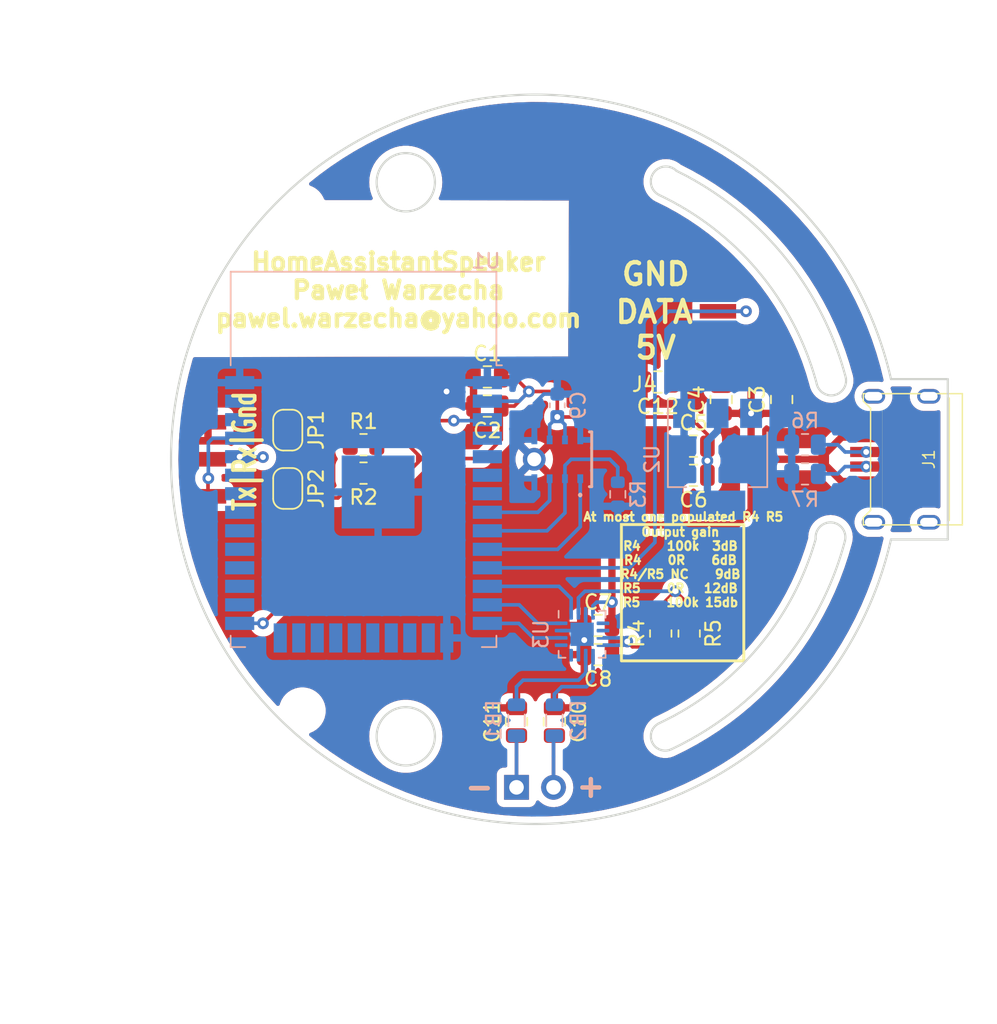
<source format=kicad_pcb>
(kicad_pcb (version 20211014) (generator pcbnew)
  (title_block (title "HomeAssistantSpeaker") (date "2022-12-29") (rev "B") (company "Paweł Warzecha"))
  (layers (0 "F.Cu" signal) (31 "B.Cu" signal) (34 "B.Paste" user) (35 "F.Paste" user) (36 "B.SilkS" user "B.Silkscreen") (37 "F.SilkS" user "F.Silkscreen") (38 "B.Mask" user) (39 "F.Mask" user) (44 "Edge.Cuts" user))
  (net 0 "")
  (net 1 "+3V3")
  (net 2 "GND")
  (net 3 "+5V")
  (net 4 "Net-(C10-Pad1)")
  (net 5 "Net-(C11-Pad1)")
  (net 6 "Net-(FB1-Pad2)")
  (net 7 "Net-(FB2-Pad2)")
  (net 8 "Net-(J1-PadA5)")
  (net 9 "Net-(J1-PadB5)")
  (net 10 "Tx")
  (net 11 "Rx")
  (net 12 "LED_DATA")
  (net 13 "Net-(JP1-Pad2)")
  (net 14 "Net-(JP2-Pad1)")
  (net 15 "Mic_WS")
  (net 16 "Mic_SD")
  (net 17 "Mic_SCK")
  (net 18 "Gain")
  (net 23 "Speaker_din")
  (net 24 "Speaker_bclk")
  (net 31 "Speaker_lrclk")
  (footprint "Capacitor_SMD:C_0805_2012Metric" (layer "F.Cu") (at 96.7 96.35 180)
    (fp_text reference "C2" (at 0 -1.68) (layer "F.SilkS"))
    (fp_text value "10u")
    (pad "1" smd roundrect locked (at -0.95 0 180) (size 1 1.45) (layers "F.Cu" "F.Paste" "F.Mask") (net 1 "+3V3"))
    (pad "2" smd roundrect locked (at 0.95 0 180) (size 1 1.45) (layers "F.Cu" "F.Paste" "F.Mask") (net 2 "GND"))
  )
  (footprint "Capacitor_SMD:C_0805_2012Metric" (layer "F.Cu") (at 110.85 101.1 180)
    (fp_text reference "C6" (at 0 -1.68) (layer "F.SilkS"))
    (fp_text value "10u")
    (pad "1" smd roundrect locked (at -0.95 0 180) (size 1 1.45) (layers "F.Cu" "F.Paste" "F.Mask") (net 1 "+3V3"))
    (pad "2" smd roundrect locked (at 0.95 0 180) (size 1 1.45) (layers "F.Cu" "F.Paste" "F.Mask") (net 2 "GND"))
  )
  (footprint "Jumper:SolderJumper-2_P1.3mm_Open_RoundedPad1.0x1.5mm" (layer "F.Cu") (at 83 98 90)
    (fp_text reference "JP1" (at 0 1.95 90) (layer "F.SilkS"))
    (fp_text value "Reset")
    (pad "1" smd custom locked (at -0.65 0 90) (size 1 0.5) (layers "F.Cu" "F.Mask") (net 2 "GND") (options (clearance outline) (anchor rect)) (primitives (gr_circle (center 0 0.25) (end 0.5 0.25) (width 0) (fill yes)) (gr_circle (center 0 -0.25) (end 0.5 -0.25) (width 0) (fill yes)) (gr_poly (pts (xy 0 -0.75) (xy 0.5 -0.75) (xy 0.5 0.75) (xy 0 0.75)) (width 0) (fill yes))))
    (pad "2" smd custom locked (at 0.65 0 90) (size 1 0.5) (layers "F.Cu" "F.Mask") (net 13 "Net-(JP1-Pad2)") (options (clearance outline) (anchor rect)) (primitives (gr_circle (center 0 0.25) (end 0.5 0.25) (width 0) (fill yes)) (gr_circle (center 0 -0.25) (end 0.5 -0.25) (width 0) (fill yes)) (gr_poly (pts (xy 0 -0.75) (xy -0.5 -0.75) (xy -0.5 0.75) (xy 0 0.75)) (width 0) (fill yes))))
  )
  (footprint "Jumper:SolderJumper-2_P1.3mm_Open_RoundedPad1.0x1.5mm" (layer "F.Cu") (at 83 102 90)
    (fp_text reference "JP2" (at 0 1.95 270) (layer "F.SilkS"))
    (fp_text value "Program")
    (pad "1" smd custom locked (at -0.65 0 90) (size 1 0.5) (layers "F.Cu" "F.Mask") (net 14 "Net-(JP2-Pad1)") (options (clearance outline) (anchor rect)) (primitives (gr_circle (center 0 0.25) (end 0.5 0.25) (width 0) (fill yes)) (gr_circle (center 0 -0.25) (end 0.5 -0.25) (width 0) (fill yes)) (gr_poly (pts (xy 0 -0.75) (xy 0.5 -0.75) (xy 0.5 0.75) (xy 0 0.75)) (width 0) (fill yes))))
    (pad "2" smd custom locked (at 0.65 0 90) (size 1 0.5) (layers "F.Cu" "F.Mask") (net 2 "GND") (options (clearance outline) (anchor rect)) (primitives (gr_circle (center 0 0.25) (end 0.5 0.25) (width 0) (fill yes)) (gr_circle (center 0 -0.25) (end 0.5 -0.25) (width 0) (fill yes)) (gr_poly (pts (xy 0 -0.75) (xy -0.5 -0.75) (xy -0.5 0.75) (xy 0 0.75)) (width 0) (fill yes))))
  )
  (footprint "Resistor_SMD:R_0805_2012Metric" (layer "F.Cu") (at 88.2 100.95 180)
    (fp_text reference "R2" (at 0 -1.65) (layer "F.SilkS"))
    (fp_text value "10k")
    (pad "1" smd roundrect locked (at -0.9125 0 180) (size 1.025 1.4) (layers "F.Cu" "F.Paste" "F.Mask") (roundrect_rratio 0.2439014634) (net 1 "+3V3"))
    (pad "2" smd roundrect locked (at 0.9125 0 180) (size 1.025 1.4) (layers "F.Cu" "F.Paste" "F.Mask") (roundrect_rratio 0.2439014634) (net 14 "Net-(JP2-Pad1)"))
  )
  (footprint "USB-C:TYPE-C-31-M-17_handsolder" (layer "F.Cu") (at 127 100 90)
    (fp_text reference "J1" (at 0 0 90) (layer "F.SilkS") (effects (font (size 0.8 0.8) (thickness 0.1))))
    (fp_text value "USB_C_Receptacle_USB2.0")
    (pad "1" thru_hole roundrect locked (at 4.32 0 90) (size 1 1.6) (drill oval 0.6 1.2) (layers *.Cu *.Mask) (roundrect_rratio 0.5))
    (pad "1" thru_hole roundrect locked (at -4.32 -3.8 90) (size 1 1.6) (drill oval 0.6 1.2) (layers *.Cu *.Mask) (roundrect_rratio 0.5))
    (pad "1" thru_hole roundrect locked (at 4.32 -3.8 90) (size 1 1.6) (drill oval 0.6 1.2) (layers *.Cu *.Mask) (roundrect_rratio 0.5))
    (pad "1" thru_hole roundrect locked (at -4.32 0 90) (size 1 1.6) (drill oval 0.6 1.2) (layers *.Cu *.Mask) (roundrect_rratio 0.5))
    (pad "A5" smd rect locked (at -0.5 -4.3 90) (size 0.7 2.2) (layers "F.Cu" "F.Paste" "F.Mask") (net 8 "Net-(J1-PadA5)"))
    (pad "A9" smd rect locked (at 1.52 -4.3 90) (size 0.7 2.2) (layers "F.Cu" "F.Paste" "F.Mask") (net 3 "+5V"))
    (pad "A12" smd rect locked (at 2.75 -4.3 90) (size 0.8 2.2) (layers "F.Cu" "F.Paste" "F.Mask") (net 2 "GND"))
    (pad "B5" smd rect locked (at 0.5 -4.3 90) (size 0.7 2.2) (layers "F.Cu" "F.Paste" "F.Mask") (net 9 "Net-(J1-PadB5)"))
    (pad "B9" smd rect locked (at -1.52 -4.3 90) (size 0.7 2.2) (layers "F.Cu" "F.Paste" "F.Mask") (net 3 "+5V"))
    (pad "B12" smd rect locked (at -2.75 -4.3 90) (size 0.8 2.2) (layers "F.Cu" "F.Paste" "F.Mask") (net 2 "GND"))
  )
  (footprint "Connector_PinHeader_2.54mm:PinHeader_1x02_P2.54mm_Vertical" (layer "F.Cu") (at 98.7 122.5 90)
    (fp_text reference "J2" hide)
    (fp_text value "Speaker")
    (pad "1" thru_hole rect locked (at 0 0 90) (size 1.7 1.7) (drill 1) (layers *.Cu *.Mask) (net 5 "Net-(C11-Pad1)"))
    (pad "2" thru_hole oval locked (at 0 2.54 90) (size 1.7 1.7) (drill 1) (layers *.Cu *.Mask) (net 4 "Net-(C10-Pad1)"))
  )
  (footprint "Capacitor_SMD:C_0805_2012Metric" (layer "F.Cu") (at 101.3 118 90)
    (fp_text reference "C10" (at 0 1.65 90) (layer "F.SilkS"))
    (fp_text value "220p")
    (pad "1" smd roundrect locked (at -0.95 0 90) (size 1 1.45) (layers "F.Cu" "F.Paste" "F.Mask") (net 4 "Net-(C10-Pad1)"))
    (pad "2" smd roundrect locked (at 0.95 0 90) (size 1 1.45) (layers "F.Cu" "F.Paste" "F.Mask") (net 2 "GND"))
  )
  (footprint "Resistor_SMD:R_0805_2012Metric" (layer "F.Cu") (at 110.55 111.95 90)
    (fp_text reference "R5" (at 0 1.65 90) (layer "F.SilkS"))
    (fp_text value "10k")
    (pad "1" smd roundrect locked (at -0.9125 0 90) (size 1.025 1.4) (layers "F.Cu" "F.Paste" "F.Mask") (roundrect_rratio 0.2439014634) (net 2 "GND"))
    (pad "2" smd roundrect locked (at 0.9125 0 90) (size 1.025 1.4) (layers "F.Cu" "F.Paste" "F.Mask") (roundrect_rratio 0.2439014634) (net 18 "Gain"))
  )
  (footprint "Capacitor_SMD:C_0805_2012Metric" (layer "F.Cu") (at 104.3 111.4 180)
    (fp_text reference "C7" (at 0 1.6) (layer "F.SilkS"))
    (fp_text value "100n")
    (pad "1" smd roundrect locked (at -0.95 0 180) (size 1 1.45) (layers "F.Cu" "F.Paste" "F.Mask") (net 3 "+5V"))
    (pad "2" smd roundrect locked (at 0.95 0 180) (size 1 1.45) (layers "F.Cu" "F.Paste" "F.Mask") (net 2 "GND"))
  )
  (footprint "Capacitor_SMD:C_0805_2012Metric" (layer "F.Cu") (at 104.3 113.4 180)
    (fp_text reference "C8" (at 0 -1.68) (layer "F.SilkS"))
    (fp_text value "10u")
    (pad "1" smd roundrect locked (at -0.95 0 180) (size 1 1.45) (layers "F.Cu" "F.Paste" "F.Mask") (net 3 "+5V"))
    (pad "2" smd roundrect locked (at 0.95 0 180) (size 1 1.45) (layers "F.Cu" "F.Paste" "F.Mask") (net 2 "GND"))
  )
  (footprint "Connector_Harwin:Harwin_M20-89003xx_1x03_P2.54mm_Horizontal" (layer "F.Cu") (at 72 100 180)
    (fp_text reference "J3" hide)
    (fp_text value "Prog" hide)
    (pad "1" smd rect locked (at -5.525 -2.54 180) (size 2.5 1) (layers "F.Cu" "F.Paste" "F.Mask") (net 10 "Tx"))
    (pad "2" smd rect locked (at -5.525 0 180) (size 2.5 1) (layers "F.Cu" "F.Paste" "F.Mask") (net 11 "Rx"))
    (pad "3" smd rect locked (at -5.525 2.54 180) (size 2.5 1) (layers "F.Cu" "F.Paste" "F.Mask") (net 2 "GND"))
  )
  (footprint "Connector_Harwin:Harwin_M20-89003xx_1x03_P2.54mm_Horizontal" (layer "F.Cu") (at 107 89.85 180)
    (fp_text reference "J4" (at -0.48 -5.01 180) (layer "F.SilkS"))
    (fp_text value "LED")
    (pad "1" smd rect locked (at -5.525 -2.54 180) (size 2.5 1) (layers "F.Cu" "F.Paste" "F.Mask") (net 3 "+5V"))
    (pad "2" smd rect locked (at -5.525 0 180) (size 2.5 1) (layers "F.Cu" "F.Paste" "F.Mask") (net 12 "LED_DATA"))
    (pad "3" smd rect locked (at -5.525 2.54 180) (size 2.5 1) (layers "F.Cu" "F.Paste" "F.Mask") (net 2 "GND"))
  )
  (footprint "Capacitor_SMD:C_0805_2012Metric" (layer "F.Cu") (at 96.7 94.35 180)
    (fp_text reference "C1" (at 0 1.6) (layer "F.SilkS"))
    (fp_text value "100n")
    (pad "1" smd roundrect locked (at -0.95 0 180) (size 1 1.45) (layers "F.Cu" "F.Paste" "F.Mask") (net 1 "+3V3"))
    (pad "2" smd roundrect locked (at 0.95 0 180) (size 1 1.45) (layers "F.Cu" "F.Paste" "F.Mask") (net 2 "GND"))
  )
  (footprint "Resistor_SMD:R_0805_2012Metric" (layer "F.Cu") (at 88.2 99 180)
    (fp_text reference "R1" (at 0 1.6) (layer "F.SilkS"))
    (fp_text value "10k")
    (pad "1" smd roundrect locked (at -0.9125 0 180) (size 1.025 1.4) (layers "F.Cu" "F.Paste" "F.Mask") (roundrect_rratio 0.2439014634) (net 1 "+3V3"))
    (pad "2" smd roundrect locked (at 0.9125 0 180) (size 1.025 1.4) (layers "F.Cu" "F.Paste" "F.Mask") (roundrect_rratio 0.2439014634) (net 13 "Net-(JP1-Pad2)"))
  )
  (footprint "Resistor_SMD:R_0805_2012Metric" (layer "F.Cu") (at 108.6 111.95 90)
    (fp_text reference "R4" (at 0 -1.65 90) (layer "F.SilkS"))
    (fp_text value "10k")
    (pad "1" smd roundrect locked (at -0.9125 0 90) (size 1.025 1.4) (layers "F.Cu" "F.Paste" "F.Mask") (roundrect_rratio 0.2439014634) (net 3 "+5V"))
    (pad "2" smd roundrect locked (at 0.9125 0 90) (size 1.025 1.4) (layers "F.Cu" "F.Paste" "F.Mask") (roundrect_rratio 0.2439014634) (net 18 "Gain"))
  )
  (footprint "MountingHole:MountingHole_2.2mm_M2" (layer "F.Cu") (at 84 82.75)
    (fp_text reference "REF**" hide)
    (fp_text value "MountingHole_2.2mm_M2")
    (pad "" np_thru_hole circle locked (at 0 0) (size 2.2 2.2) (drill 2.2) (layers *.Cu *.Mask))
  )
  (footprint "Capacitor_SMD:C_0805_2012Metric" (layer "F.Cu") (at 112.75 95.9 90)
    (fp_text reference "C4" (at 0 -1.68 90) (layer "F.SilkS"))
    (fp_text value "10u")
    (pad "1" smd roundrect locked (at -0.95 0 90) (size 1 1.45) (layers "F.Cu" "F.Paste" "F.Mask") (net 3 "+5V"))
    (pad "2" smd roundrect locked (at 0.95 0 90) (size 1 1.45) (layers "F.Cu" "F.Paste" "F.Mask") (net 2 "GND"))
  )
  (footprint "Capacitor_SMD:C_0805_2012Metric" (layer "F.Cu") (at 110.85 99.1 180)
    (fp_text reference "C5" (at 0 1.6) (layer "F.SilkS"))
    (fp_text value "100n")
    (pad "1" smd roundrect locked (at -0.95 0 180) (size 1 1.45) (layers "F.Cu" "F.Paste" "F.Mask") (net 1 "+3V3"))
    (pad "2" smd roundrect locked (at 0.95 0 180) (size 1 1.45) (layers "F.Cu" "F.Paste" "F.Mask") (net 2 "GND"))
  )
  (footprint "MountingHole:MountingHole_2.2mm_M2" (layer "F.Cu") (at 84 117.25)
    (fp_text reference "REF**" hide)
    (fp_text value "MountingHole_2.2mm_M2")
    (pad "" np_thru_hole circle locked (at 0 0) (size 2.2 2.2) (drill 2.2) (layers *.Cu *.Mask))
  )
  (footprint "Capacitor_SMD:C_0805_2012Metric" (layer "F.Cu") (at 98.7 118 90)
    (fp_text reference "C11" (at 0 -1.68 90) (layer "F.SilkS"))
    (fp_text value "220p")
    (pad "1" smd roundrect locked (at -0.95 0 90) (size 1 1.45) (layers "F.Cu" "F.Paste" "F.Mask") (net 5 "Net-(C11-Pad1)"))
    (pad "2" smd roundrect locked (at 0.95 0 90) (size 1 1.45) (layers "F.Cu" "F.Paste" "F.Mask") (net 2 "GND"))
  )
  (footprint "Capacitor_SMD:C_0805_2012Metric" (layer "F.Cu") (at 108.4 94.7 180)
    (fp_text reference "C12" (at 0 -1.68) (layer "F.SilkS"))
    (fp_text value "1u")
    (pad "1" smd roundrect locked (at -0.95 0 180) (size 1 1.45) (layers "F.Cu" "F.Paste" "F.Mask") (net 3 "+5V"))
    (pad "2" smd roundrect locked (at 0.95 0 180) (size 1 1.45) (layers "F.Cu" "F.Paste" "F.Mask") (net 2 "GND"))
  )
  (footprint "Capacitor_SMD:C_0805_2012Metric" (layer "F.Cu") (at 116.9 95.9 90)
    (fp_text reference "C3" (at 0 -1.68 90) (layer "F.SilkS"))
    (fp_text value "100n")
    (pad "1" smd roundrect locked (at -0.95 0 90) (size 1 1.45) (layers "F.Cu" "F.Paste" "F.Mask") (net 3 "+5V"))
    (pad "2" smd roundrect locked (at 0.95 0 90) (size 1 1.45) (layers "F.Cu" "F.Paste" "F.Mask") (net 2 "GND"))
  )
  (footprint "Capacitor_SMD:C_0603_1608Metric" (layer "B.Cu") (at 101.5 96.3 90)
    (fp_text reference "C9" (at 0 1.43 90) (layer "B.SilkS") (effects (justify mirror)))
    (fp_text value "100n")
    (pad "1" smd roundrect locked (at -0.775 0 90) (size 0.9 0.95) (layers "B.Cu" "B.Paste" "B.Mask") (net 1 "+3V3"))
    (pad "2" smd roundrect locked (at 0.775 0 90) (size 0.9 0.95) (layers "B.Cu" "B.Paste" "B.Mask") (net 2 "GND"))
  )
  (footprint "INMP441:INMP441ACEZ" (layer "B.Cu") (at 101.5 100)
    (fp_text reference "MK1" hide)
    (fp_text value "INMP441ACEZ" hide)
    (pad "1" smd rect locked (at 1.575 1.33) (size 0.4 0.6) (layers "B.Cu" "B.Paste" "B.Mask") (net 17 "Mic_SCK"))
    (pad "2" smd rect locked (at 0.525 1.33) (size 0.4 0.6) (layers "B.Cu" "B.Paste" "B.Mask") (net 16 "Mic_SD"))
    (pad "3" smd rect locked (at -0.525 1.33) (size 0.4 0.6) (layers "B.Cu" "B.Paste" "B.Mask") (net 15 "Mic_WS"))
    (pad "4" smd rect locked (at -1.575 1.33) (size 0.4 0.6) (layers "B.Cu" "B.Paste" "B.Mask") (net 2 "GND"))
    (pad "5" thru_hole circle locked (at -1.585 0) (size 1.56 1.56) (drill 0.96) (layers *.Cu *.Mask) (net 2 "GND"))
    (pad "6" smd rect locked (at -1.575 -1.33) (size 0.4 0.6) (layers "B.Cu" "B.Paste" "B.Mask") (net 2 "GND"))
    (pad "7" smd rect locked (at -0.525 -1.33) (size 0.4 0.6) (layers "B.Cu" "B.Paste" "B.Mask") (net 1 "+3V3"))
    (pad "8" smd rect locked (at 0.525 -1.33) (size 0.4 0.6) (layers "B.Cu" "B.Paste" "B.Mask") (net 1 "+3V3"))
    (pad "9" smd rect locked (at 1.575 -1.33) (size 0.4 0.6) (layers "B.Cu" "B.Paste" "B.Mask") (net 2 "GND"))
  )
  (footprint "Resistor_SMD:R_0603_1608Metric" (layer "B.Cu") (at 105.65 102.4 -90)
    (fp_text reference "R3" (at 0 -1.4 -90) (layer "B.SilkS") (effects (justify mirror)))
    (fp_text value "100k")
    (pad "1" smd roundrect locked (at -0.825 0 270) (size 0.8 0.95) (layers "B.Cu" "B.Paste" "B.Mask") (net 16 "Mic_SD"))
    (pad "2" smd roundrect locked (at 0.825 0 270) (size 0.8 0.95) (layers "B.Cu" "B.Paste" "B.Mask") (net 2 "GND"))
  )
  (footprint "Inductor_SMD:L_0805_2012Metric" (layer "B.Cu") (at 101.3 117.9 90)
    (fp_text reference "FB2" (at 0 1.65 270) (layer "B.SilkS") (effects (justify mirror)))
    (fp_text value "20uH")
    (pad "1" smd roundrect locked (at -1.0625 0 90) (size 0.875 1.2) (layers "B.Cu" "B.Paste" "B.Mask") (net 4 "Net-(C10-Pad1)"))
    (pad "2" smd roundrect locked (at 1.0625 0 90) (size 0.875 1.2) (layers "B.Cu" "B.Paste" "B.Mask") (net 7 "Net-(FB2-Pad2)"))
  )
  (footprint "Inductor_SMD:L_0805_2012Metric" (layer "B.Cu") (at 98.7 117.9 90)
    (fp_text reference "FB1" (at 0 -1.55 90) (layer "B.SilkS") (effects (justify mirror)))
    (fp_text value "20uH")
    (pad "1" smd roundrect locked (at -1.0625 0 90) (size 0.875 1.2) (layers "B.Cu" "B.Paste" "B.Mask") (net 5 "Net-(C11-Pad1)"))
    (pad "2" smd roundrect locked (at 1.0625 0 90) (size 0.875 1.2) (layers "B.Cu" "B.Paste" "B.Mask") (net 6 "Net-(FB1-Pad2)"))
  )
  (footprint "Package_DFN_QFN:TQFN-16-1EP_3x3mm_P0.5mm_EP1.6x1.6mm" (layer "B.Cu") (at 103.2 112 -90)
    (fp_text reference "U3" (at 0 2.82 -90) (layer "B.SilkS") (effects (justify mirror)))
    (fp_text value "MAX98357AETE+")
    (pad "1" smd roundrect locked (at -1.4375 0.75 270) (size 0.875 0.25) (layers "B.Cu" "B.Paste" "B.Mask") (net 23 "Speaker_din"))
    (pad "2" smd roundrect locked (at -1.4375 0.25 270) (size 0.875 0.25) (layers "B.Cu" "B.Paste" "B.Mask") (net 18 "Gain"))
    (pad "3" smd roundrect locked (at -1.4375 -0.25 270) (size 0.875 0.25) (layers "B.Cu" "B.Paste" "B.Mask") (net 2 "GND"))
    (pad "4" smd roundrect locked (at -1.4375 -0.75 270) (size 0.875 0.25) (layers "B.Cu" "B.Paste" "B.Mask") (net 3 "+5V"))
    (pad "5" smd roundrect locked (at -0.75 -1.4375 270) (size 0.25 0.875) (layers "B.Cu" "B.Paste" "B.Mask"))
    (pad "6" smd roundrect locked (at -0.25 -1.4375 270) (size 0.25 0.875) (layers "B.Cu" "B.Paste" "B.Mask"))
    (pad "7" smd roundrect locked (at 0.25 -1.4375 270) (size 0.25 0.875) (layers "B.Cu" "B.Paste" "B.Mask") (net 3 "+5V"))
    (pad "8" smd roundrect locked (at 0.75 -1.4375 270) (size 0.25 0.875) (layers "B.Cu" "B.Paste" "B.Mask") (net 3 "+5V"))
    (pad "9" smd roundrect locked (at 1.4375 -0.75 270) (size 0.875 0.25) (layers "B.Cu" "B.Paste" "B.Mask") (net 7 "Net-(FB2-Pad2)"))
    (pad "10" smd roundrect locked (at 1.4375 -0.25 270) (size 0.875 0.25) (layers "B.Cu" "B.Paste" "B.Mask") (net 6 "Net-(FB1-Pad2)"))
    (pad "11" smd roundrect locked (at 1.4375 0.25 270) (size 0.875 0.25) (layers "B.Cu" "B.Paste" "B.Mask") (net 2 "GND"))
    (pad "12" smd roundrect locked (at 1.4375 0.75 270) (size 0.875 0.25) (layers "B.Cu" "B.Paste" "B.Mask"))
    (pad "13" smd roundrect locked (at 0.75 1.4375 270) (size 0.25 0.875) (layers "B.Cu" "B.Paste" "B.Mask"))
    (pad "14" smd roundrect locked (at 0.25 1.4375 270) (size 0.25 0.875) (layers "B.Cu" "B.Paste" "B.Mask") (net 31 "Speaker_lrclk"))
    (pad "15" smd roundrect locked (at -0.25 1.4375 270) (size 0.25 0.875) (layers "B.Cu" "B.Paste" "B.Mask") (net 2 "GND"))
    (pad "16" smd roundrect locked (at -0.75 1.4375 270) (size 0.25 0.875) (layers "B.Cu" "B.Paste" "B.Mask") (net 24 "Speaker_bclk"))
    (pad "17" smd rect locked (at 0 0 270) (size 1.6 1.6) (layers "B.Cu" "B.Mask") (net 2 "GND"))
  )
  (footprint "Package_TO_SOT_SMD:SOT-223-3_TabPin2" (layer "B.Cu") (at 112.5 100 -90)
    (fp_text reference "U2" (at 0 4.5 -90) (layer "B.SilkS") (effects (justify mirror)))
    (fp_text value "LM1117-3.3")
    (pad "1" smd rect locked (at -3.15 2.3 270) (size 2 1.5) (layers "B.Cu" "B.Paste" "B.Mask") (net 2 "GND"))
    (pad "2" smd rect locked (at 3.15 0 270) (size 2 3.8) (layers "B.Cu" "B.Paste" "B.Mask") (net 1 "+3V3"))
    (pad "2" smd rect locked (at -3.15 0 270) (size 2 1.5) (layers "B.Cu" "B.Paste" "B.Mask") (net 1 "+3V3"))
    (pad "3" smd rect locked (at -3.15 -2.3 270) (size 2 1.5) (layers "B.Cu" "B.Paste" "B.Mask") (net 3 "+5V"))
  )
  (footprint "RF_Module:ESP32-WROOM-32" (layer "B.Cu") (at 88.2 103 180)
    (fp_text reference "U1" (at -8.4 16.6 180) (layer "B.SilkS") (effects (justify mirror)))
    (fp_text value "ESP32-WROOM-32")
    (pad "1" smd rect locked (at -8.5 8.255 180) (size 2 0.9) (layers "B.Cu" "B.Paste" "B.Mask") (net 2 "GND"))
    (pad "2" smd rect locked (at -8.5 6.985 180) (size 2 0.9) (layers "B.Cu" "B.Paste" "B.Mask") (net 1 "+3V3"))
    (pad "3" smd rect locked (at -8.5 5.715 180) (size 2 0.9) (layers "B.Cu" "B.Paste" "B.Mask") (net 13 "Net-(JP1-Pad2)"))
    (pad "4" smd rect locked (at -8.5 4.445 180) (size 2 0.9) (layers "B.Cu" "B.Paste" "B.Mask"))
    (pad "5" smd rect locked (at -8.5 3.175 180) (size 2 0.9) (layers "B.Cu" "B.Paste" "B.Mask"))
    (pad "6" smd rect locked (at -8.5 1.905 180) (size 2 0.9) (layers "B.Cu" "B.Paste" "B.Mask"))
    (pad "7" smd rect locked (at -8.5 0.635 180) (size 2 0.9) (layers "B.Cu" "B.Paste" "B.Mask"))
    (pad "8" smd rect locked (at -8.5 -0.635 180) (size 2 0.9) (layers "B.Cu" "B.Paste" "B.Mask") (net 15 "Mic_WS"))
    (pad "9" smd rect locked (at -8.5 -1.905 180) (size 2 0.9) (layers "B.Cu" "B.Paste" "B.Mask") (net 16 "Mic_SD"))
    (pad "10" smd rect locked (at -8.5 -3.175 180) (size 2 0.9) (layers "B.Cu" "B.Paste" "B.Mask") (net 17 "Mic_SCK"))
    (pad "11" smd rect locked (at -8.5 -4.445 180) (size 2 0.9) (layers "B.Cu" "B.Paste" "B.Mask") (net 12 "LED_DATA"))
    (pad "12" smd rect locked (at -8.5 -5.715 180) (size 2 0.9) (layers "B.Cu" "B.Paste" "B.Mask") (net 23 "Speaker_din"))
    (pad "13" smd rect locked (at -8.5 -6.985 180) (size 2 0.9) (layers "B.Cu" "B.Paste" "B.Mask") (net 24 "Speaker_bclk"))
    (pad "14" smd rect locked (at -8.5 -8.255 180) (size 2 0.9) (layers "B.Cu" "B.Paste" "B.Mask") (net 31 "Speaker_lrclk"))
    (pad "15" smd rect locked (at -5.715 -9.255 90) (size 2 0.9) (layers "B.Cu" "B.Paste" "B.Mask") (net 2 "GND"))
    (pad "16" smd rect locked (at -4.445 -9.255 90) (size 2 0.9) (layers "B.Cu" "B.Paste" "B.Mask"))
    (pad "17" smd rect locked (at -3.175 -9.255 90) (size 2 0.9) (layers "B.Cu" "B.Paste" "B.Mask"))
    (pad "18" smd rect locked (at -1.905 -9.255 90) (size 2 0.9) (layers "B.Cu" "B.Paste" "B.Mask"))
    (pad "19" smd rect locked (at -0.635 -9.255 90) (size 2 0.9) (layers "B.Cu" "B.Paste" "B.Mask"))
    (pad "20" smd rect locked (at 0.635 -9.255 90) (size 2 0.9) (layers "B.Cu" "B.Paste" "B.Mask"))
    (pad "21" smd rect locked (at 1.905 -9.255 90) (size 2 0.9) (layers "B.Cu" "B.Paste" "B.Mask"))
    (pad "22" smd rect locked (at 3.175 -9.255 90) (size 2 0.9) (layers "B.Cu" "B.Paste" "B.Mask"))
    (pad "23" smd rect locked (at 4.445 -9.255 90) (size 2 0.9) (layers "B.Cu" "B.Paste" "B.Mask"))
    (pad "24" smd rect locked (at 5.715 -9.255 90) (size 2 0.9) (layers "B.Cu" "B.Paste" "B.Mask"))
    (pad "25" smd rect locked (at 8.5 -8.255 180) (size 2 0.9) (layers "B.Cu" "B.Paste" "B.Mask") (net 14 "Net-(JP2-Pad1)"))
    (pad "26" smd rect locked (at 8.5 -6.985 180) (size 2 0.9) (layers "B.Cu" "B.Paste" "B.Mask"))
    (pad "27" smd rect locked (at 8.5 -5.715 180) (size 2 0.9) (layers "B.Cu" "B.Paste" "B.Mask"))
    (pad "28" smd rect locked (at 8.5 -4.445 180) (size 2 0.9) (layers "B.Cu" "B.Paste" "B.Mask"))
    (pad "29" smd rect locked (at 8.5 -3.175 180) (size 2 0.9) (layers "B.Cu" "B.Paste" "B.Mask"))
    (pad "30" smd rect locked (at 8.5 -1.905 180) (size 2 0.9) (layers "B.Cu" "B.Paste" "B.Mask"))
    (pad "31" smd rect locked (at 8.5 -0.635 180) (size 2 0.9) (layers "B.Cu" "B.Paste" "B.Mask"))
    (pad "32" smd rect locked (at 8.5 0.635 180) (size 2 0.9) (layers "B.Cu" "B.Paste" "B.Mask"))
    (pad "33" smd rect locked (at 8.5 1.905 180) (size 2 0.9) (layers "B.Cu" "B.Paste" "B.Mask"))
    (pad "34" smd rect locked (at 8.5 3.175 180) (size 2 0.9) (layers "B.Cu" "B.Paste" "B.Mask") (net 11 "Rx"))
    (pad "35" smd rect locked (at 8.5 4.445 180) (size 2 0.9) (layers "B.Cu" "B.Paste" "B.Mask") (net 10 "Tx"))
    (pad "36" smd rect locked (at 8.5 5.715 180) (size 2 0.9) (layers "B.Cu" "B.Paste" "B.Mask"))
    (pad "37" smd rect locked (at 8.5 6.985 180) (size 2 0.9) (layers "B.Cu" "B.Paste" "B.Mask"))
    (pad "38" smd rect locked (at 8.5 8.255 180) (size 2 0.9) (layers "B.Cu" "B.Paste" "B.Mask") (net 2 "GND"))
    (pad "39" smd rect locked (at -1 0.755 180) (size 5 5) (layers "B.Cu" "B.Paste" "B.Mask") (net 2 "GND"))
  )
  (footprint "Resistor_SMD:R_0805_2012Metric" (layer "B.Cu") (at 118.5 99 180)
    (fp_text reference "R6" (at 0 1.65) (layer "B.SilkS") (effects (justify mirror)))
    (fp_text value "5k1")
    (pad "1" smd roundrect (at -0.9125 0 180) (size 1.025 1.4) (layers "B.Cu" "B.Paste" "B.Mask") (roundrect_rratio 0.243902) (net 9 "Net-(J1-PadB5)"))
    (pad "2" smd roundrect (at 0.9125 0 180) (size 1.025 1.4) (layers "B.Cu" "B.Paste" "B.Mask") (roundrect_rratio 0.243902) (net 2 "GND"))
  )
  (footprint "Resistor_SMD:R_0805_2012Metric" (layer "B.Cu") (at 118.5 101 180)
    (fp_text reference "R7" (at 0 -1.75) (layer "B.SilkS") (effects (justify mirror)))
    (fp_text value "5k1")
    (pad "1" smd roundrect (at -0.9125 0 180) (size 1.025 1.4) (layers "B.Cu" "B.Paste" "B.Mask") (roundrect_rratio 0.243902) (net 8 "Net-(J1-PadA5)"))
    (pad "2" smd roundrect (at 0.9125 0 180) (size 1.025 1.4) (layers "B.Cu" "B.Paste" "B.Mask") (roundrect_rratio 0.243902) (net 2 "GND"))
  )
  (gr_rect (start 105.9 104.475) (end 114.3 113.825) (layer "F.SilkS") (width 0.2) (fill none))
  (gr_line (start 128.3 105.5) (end 124.4 105.5) (layer "Edge.Cuts") (width 0.15))
  (gr_arc (start 108.499507 81.879061) (mid 115.323135 87.149739) (end 119.3 94.8) (layer "Edge.Cuts") (width 0.15))
  (gr_arc (start 109.678686 80.21685) (mid 117.035556 86.041497) (end 121.3 94.4) (layer "Edge.Cuts") (width 0.15))
  (gr_arc (start 119.236745 105.459637) (mid 115.240618 112.945406) (end 108.5 118.1) (layer "Edge.Cuts") (width 0.15))
  (gr_arc (start 119.234664 105.459862) (mid 120.336784 104.332432) (end 121.232068 105.630212) (layer "Edge.Cuts") (width 0.15))
  (gr_arc (start 121.232068 105.630212) (mid 116.851068 114.090475) (end 109.3 119.9) (layer "Edge.Cuts") (width 0.15))
  (gr_circle (center 91.1 81) (end 93.1 81) (layer "Edge.Cuts") (width 0.15) (fill none))
  (gr_arc (start 108.499507 81.879061) (mid 108.107808 80.352664) (end 109.677869 80.217672) (layer "Edge.Cuts") (width 0.15))
  (gr_arc (start 109.3 119.9) (mid 108 119.4) (end 108.5 118.1) (layer "Edge.Cuts") (width 0.15))
  (gr_line (start 124.4 94.5) (end 128.3 94.5) (layer "Edge.Cuts") (width 0.15))
  (gr_arc (start 124.400524 105.497673) (mid 74.987803 100.001193) (end 124.4 94.5) (layer "Edge.Cuts") (width 0.15))
  (gr_line (start 128.3 94.5) (end 128.3 105.5) (layer "Edge.Cuts") (width 0.15))
  (gr_arc (start 121.3 94.4) (mid 120.5 95.6) (end 119.3 94.8) (layer "Edge.Cuts") (width 0.15))
  (gr_circle (center 91.1 119) (end 93.1 119) (layer "Edge.Cuts") (width 0.15) (fill none))
  (gr_text "+" (at 103.8 122.4) (layer "B.SilkS") (effects (font (size 1.5 1.5) (thickness 0.3))))
  (gr_text "-" (at 96.15 122.45) (layer "B.SilkS") (effects (font (size 1.5 1.5) (thickness 0.3))))
  (gr_text "Tx|Rx|Gnd" (at 80.05 99.45 90) (layer "F.SilkS") (effects (font (size 1.5 1) (thickness 0.25))))
  (gr_text "-" (at 96.15 122.45) (layer "F.SilkS") (effects (font (size 1.5 1.5) (thickness 0.3))))
  (gr_text "At most one populated R4 R5" (at 110.15 103.95) (layer "F.SilkS") (effects (font (size 0.6 0.6))))
  (gr_text "Output gain\nR4    100k  3dB\nR4    0R    6dB\nR4/R5 NC    9dB\nR5    0R   12dB\nR5    100k 15db" (at 109.95 107.4) (layer "F.SilkS") (effects (font (size 0.6 0.6))))
  (gr_text "GND" (at 108.25 87.3) (layer "F.SilkS") (effects (font (size 1.5 1.5) (thickness 0.3))))
  (gr_text "5V" (at 108.25 92.35) (layer "F.SilkS") (effects (font (size 1.5 1.5) (thickness 0.3))))
  (gr_text "HomeAssistantSpeaker\nPaweł Warzecha\npawel.warzecha@yahoo.com" (at 90.6 88.4) (layer "F.SilkS") (effects (font (size 1.2 1.2) (thickness 0.3))))
  (gr_text "DATA" (at 108.15 89.9) (layer "F.SilkS") (effects (font (size 1.5 1.5) (thickness 0.3))))
  (gr_text "+" (at 103.8 122.4) (layer "F.SilkS") (effects (font (size 1.5 1.5) (thickness 0.3))))
  (segment (start 97.65 96.35) (end 98.55 96.35) (width 0.25) (layer "F.Cu") (net 1))
  (segment (start 91.925 100.225) (end 91.2 100.95) (width 0.25) (layer "F.Cu") (net 1))
  (segment (start 97.65 98.65) (end 97.65 96.35) (width 0.25) (layer "F.Cu") (net 1))
  (segment (start 101.5 97.1) (end 110.6 97.1) (width 0.25) (layer "F.Cu") (net 1))
  (segment (start 111.8 100.1) (end 111.8 101.1) (width 0.5) (layer "F.Cu") (net 1))
  (segment (start 96.35 99.95) (end 97.65 98.65) (width 0.25) (layer "F.Cu") (net 1))
  (segment (start 111.8 99.1) (end 111.8 100.1) (width 0.5) (layer "F.Cu") (net 1))
  (segment (start 92.2 99.95) (end 96.35 99.95) (width 0.25) (layer "F.Cu") (net 1))
  (segment (start 98.55 94.35) (end 97.65 94.35) (width 0.25) (layer "F.Cu") (net 1))
  (segment (start 111.8 98.3) (end 111.8 99.1) (width 0.25) (layer "F.Cu") (net 1))
  (segment (start 91.25 99) (end 91.925 99.675) (width 0.25) (layer "F.Cu") (net 1))
  (segment (start 101.5 97.1) (end 101.5 95.85) (width 0.25) (layer "F.Cu") (net 1))
  (segment (start 89.1125 99) (end 91.25 99) (width 0.25) (layer "F.Cu") (net 1))
  (segment (start 98.55 96.35) (end 99.55 95.35) (width 0.25) (layer "F.Cu") (net 1))
  (segment (start 101.5 95.85) (end 101 95.35) (width 0.25) (layer "F.Cu") (net 1))
  (segment (start 92.2 99.95) (end 91.925 100.225) (width 0.25) (layer "F.Cu") (net 1))
  (segment (start 110.6 97.1) (end 111.8 98.3) (width 0.25) (layer "F.Cu") (net 1))
  (segment (start 91.925 99.675) (end 92.2 99.95) (width 0.25) (layer "F.Cu") (net 1))
  (segment (start 101 95.35) (end 99.55 95.35) (width 0.25) (layer "F.Cu") (net 1))
  (segment (start 99.55 95.35) (end 98.55 94.35) (width 0.25) (layer "F.Cu") (net 1))
  (segment (start 91.2 100.95) (end 89.1125 100.95) (width 0.25) (layer "F.Cu") (net 1))
  (segment (start 91.925 100.225) (end 91.925 99.675) (width 0.25) (layer "F.Cu") (net 1))
  (via (at 101.5 97.1) (size 0.8) (drill 0.4) (layers "F.Cu" "B.Cu") (net 1))
  (via (at 99.55 95.35) (size 0.8) (drill 0.4) (layers "F.Cu" "B.Cu") (net 1))
  (via (at 111.8 100.1) (size 0.8) (drill 0.4) (layers "F.Cu" "B.Cu") (net 1))
  (segment (start 111.8 98.75) (end 111.8 100.1) (width 0.5) (layer "B.Cu") (net 1))
  (segment (start 112.5 96.85) (end 112.5 98.05) (width 0.5) (layer "B.Cu") (net 1))
  (segment (start 101.5 97.075) (end 101.5 97.1) (width 0.25) (layer "B.Cu") (net 1))
  (segment (start 100.975 97.625) (end 101.5 97.1) (width 0.25) (layer "B.Cu") (net 1))
  (segment (start 98.885 96.015) (end 96.7 96.015) (width 0.25) (layer "B.Cu") (net 1))
  (segment (start 99.55 95.35) (end 98.885 96.015) (width 0.25) (layer "B.Cu") (net 1))
  (segment (start 100.975 98.67) (end 100.975 97.625) (width 0.25) (layer "B.Cu") (net 1))
  (segment (start 111.8 100.1) (end 111.8 102.45) (width 0.5) (layer "B.Cu") (net 1))
  (segment (start 102.025 98.67) (end 102.025 97.625) (width 0.25) (layer "B.Cu") (net 1))
  (segment (start 111.8 102.45) (end 112.5 103.15) (width 0.5) (layer "B.Cu") (net 1))
  (segment (start 102.025 97.625) (end 101.5 97.1) (width 0.25) (layer "B.Cu") (net 1))
  (segment (start 112.5 98.05) (end 111.8 98.75) (width 0.5) (layer "B.Cu") (net 1))
  (segment (start 83 98.65) (end 83 101.35) (width 0.25) (layer "F.Cu") (net 2))
  (segment (start 103.35 113.4) (end 103.35 112.4) (width 0.25) (layer "F.Cu") (net 2))
  (segment (start 103.35 112.4) (end 103.35 111.4) (width 0.25) (layer "F.Cu") (net 2))
  (segment (start 94.9 94.35) (end 95.75 94.35) (width 0.25) (layer "F.Cu") (net 2))
  (segment (start 95.75 96.35) (end 94.9 96.35) (width 0.25) (layer "F.Cu") (net 2))
  (segment (start 94.9 96.35) (end 93.9 95.35) (width 0.25) (layer "F.Cu") (net 2))
  (segment (start 93.9 95.35) (end 94.9 94.35) (width 0.25) (layer "F.Cu") (net 2))
  (via (at 103.35 112.4) (size 0.8) (drill 0.4) (layers "F.Cu" "B.Cu") (net 2))
  (via (at 93.9 95.35) (size 0.8) (drill 0.4) (layers "F.Cu" "B.Cu") (net 2))
  (segment (start 103.45 111.75) (end 103.2 112) (width 0.25) (layer "B.Cu") (net 2))
  (segment (start 102.95 113.4375) (end 102.95 112.25) (width 0.25) (layer "B.Cu") (net 2))
  (segment (start 102.95 112.25) (end 103.2 112) (width 0.25) (layer "B.Cu") (net 2))
  (segment (start 103.075 96.175) (end 103.075 97.125) (width 0.25) (layer "B.Cu") (net 2))
  (segment (start 99.925 98.67) (end 99.925 96.175) (width 0.25) (layer "B.Cu") (net 2))
  (segment (start 101.7625 111.75) (end 102.95 111.75) (width 0.25) (layer "B.Cu") (net 2))
  (segment (start 99.925 96.175) (end 100.575 95.525) (width 0.25) (layer "B.Cu") (net 2))
  (segment (start 94.505 94.745) (end 96.7 94.745) (width 0.25) (layer "B.Cu") (net 2))
  (segment (start 101.5 95.525) (end 102.425 95.525) (width 0.25) (layer "B.Cu") (net 2))
  (segment (start 93.9 95.35) (end 94.505 94.745) (width 0.25) (layer "B.Cu") (net 2))
  (segment (start 102.425 95.525) (end 103.075 96.175) (width 0.25) (layer "B.Cu") (net 2))
  (segment (start 103.45 110.5625) (end 103.45 111.75) (width 0.25) (layer "B.Cu") (net 2))
  (segment (start 103.075 98.67) (end 103.075 97.125) (width 0.25) (layer "B.Cu") (net 2))
  (segment (start 102.95 111.75) (end 103.2 112) (width 0.25) (layer "B.Cu") (net 2))
  (segment (start 100.575 95.525) (end 101.5 95.525) (width 0.25) (layer "B.Cu") (net 2))
  (segment (start 109.81 92.39) (end 112.525 92.39) (width 0.5) (layer "F.Cu") (net 3))
  (segment (start 108.6 112.8625) (end 106.6625 112.8625) (width 0.25) (layer "F.Cu") (net 3))
  (segment (start 114.9 97.5) (end 115.55 96.85) (width 0.5) (layer "F.Cu") (net 3))
  (segment (start 105.25 105.95) (end 105.25 109.8) (width 0.5) (layer "F.Cu") (net 3))
  (segment (start 119.9 100.4) (end 119.5 100) (width 0.5) (layer "F.Cu") (net 3))
  (segment (start 114.8 96.85) (end 114.05 96.85) (width 0.5) (layer "F.Cu") (net 3))
  (segment (start 114.8 97.5) (end 114.8 97.6) (width 0.5) (layer "F.Cu") (net 3))
  (segment (start 115.55 96.85) (end 114.8 96.1) (width 0.5) (layer "F.Cu") (net 3))
  (segment (start 119.9 100.4) (end 119.9 99.6) (width 0.5) (layer "F.Cu") (net 3))
  (segment (start 115.1 100) (end 114.85 100) (width 0.5) (layer "F.Cu") (net 3))
  (segment (start 115.7 100) (end 115.1 100) (width 0.5) (layer "F.Cu") (net 3))
  (segment (start 119.95 99.55) (end 119.5 100) (width 0.5) (layer "F.Cu") (net 3))
  (segment (start 121.02 101.52) (end 119.9 100.4) (width 0.5) (layer "F.Cu") (net 3))
  (segment (start 114.8 103.5) (end 113.8 104.5) (width 0.5) (layer "F.Cu") (net 3))
  (segment (start 114.8 96.85) (end 114.8 96.1) (width 0.5) (layer "F.Cu") (net 3))
  (segment (start 115.1 100) (end 115.1 99.65) (width 0.5) (layer "F.Cu") (net 3))
  (segment (start 114.8 96.85) (end 115.55 96.85) (width 0.5) (layer "F.Cu") (net 3))
  (segment (start 122.7 101.52) (end 121.02 101.52) (width 0.5) (layer "F.Cu") (net 3))
  (segment (start 105.25 111.4) (end 105.25 113.4) (width 0.5) (layer "F.Cu") (net 3))
  (segment (start 109.35 92.85) (end 109.81 92.39) (width 0.5) (layer "F.Cu") (net 3))
  (segment (start 114.8 100) (end 114.8 100.45) (width 0.5) (layer "F.Cu") (net 3))
  (segment (start 114.8 99.1) (end 114.8 99.95) (width 0.5) (layer "F.Cu") (net 3))
  (segment (start 115.7 100) (end 119.5 100) (width 0.5) (layer "F.Cu") (net 3))
  (segment (start 114.05 96.85) (end 114.8 97.6) (width 0.5) (layer "F.Cu") (net 3))
  (segment (start 114.8 100.45) (end 114.8 100.9) (width 0.5) (layer "F.Cu") (net 3))
  (segment (start 114.05 96.85) (end 112.75 96.85) (width 0.5) (layer "F.Cu") (net 3))
  (segment (start 112.525 92.39) (end 110.69 92.39) (width 0.5) (layer "F.Cu") (net 3))
  (segment (start 115.7 100) (end 114.8 100.9) (width 0.5) (layer "F.Cu") (net 3))
  (segment (start 119.9 99.6) (end 119.95 99.55) (width 0.5) (layer "F.Cu") (net 3))
  (segment (start 105.25 111.4) (end 105.25 112.35) (width 0.25) (layer "F.Cu") (net 3))
  (segment (start 115.55 96.85) (end 116.9 96.85) (width 0.5) (layer "F.Cu") (net 3))
  (segment (start 114.8 99.1) (end 115.225 99.525) (width 0.5) (layer "F.Cu") (net 3))
  (segment (start 115.225 99.525) (end 115.7 100) (width 0.5) (layer "F.Cu") (net 3))
  (segment (start 105.25 112.5) (end 105.25 113.4) (width 0.25) (layer "F.Cu") (net 3))
  (segment (start 106.6625 112.8625) (end 106.3 112.5) (width 0.25) (layer "F.Cu") (net 3))
  (segment (start 114.8 100.9) (end 114.8 103.5) (width 0.5) (layer "F.Cu") (net 3))
  (segment (start 114.8 99.95) (end 114.8 100) (width 0.5) (layer "F.Cu") (net 3))
  (segment (start 115.1 99.65) (end 115.225 99.525) (width 0.5) (layer "F.Cu") (net 3))
  (segment (start 114.14 92.39) (end 114.225 92.475) (width 0.25) (layer "F.Cu") (net 3))
  (segment (start 113.8 104.5) (end 106.7 104.5) (width 0.5) (layer "F.Cu") (net 3))
  (segment (start 109.35 94.7) (end 109.35 92.85) (width 0.5) (layer "F.Cu") (net 3))
  (segment (start 105.25 112.35) (end 105.25 112.5) (width 0.25) (layer "F.Cu") (net 3))
  (segment (start 115.1 100) (end 114.8 100) (width 0.5) (layer "F.Cu") (net 3))
  (segment (start 105.25 109.8) (end 105.25 111.4) (width 0.5) (layer "F.Cu") (net 3))
  (segment (start 122.7 98.48) (end 121.02 98.48) (width 0.5) (layer "F.Cu") (net 3))
  (segment (start 114.8 100.3) (end 115.1 100) (width 0.5) (layer "F.Cu") (net 3))
  (segment (start 114.85 100) (end 114.8 99.95) (width 0.5) (layer "F.Cu") (net 3))
  (segment (start 114.8 96.1) (end 114.05 96.85) (width 0.5) (layer "F.Cu") (net 3))
  (segment (start 106.7 104.5) (end 105.25 105.95) (width 0.5) (layer "F.Cu") (net 3))
  (segment (start 114.8 100.45) (end 114.8 100.3) (width 0.5) (layer "F.Cu") (net 3))
  (segment (start 106.3 112.5) (end 105.25 112.5) (width 0.25) (layer "F.Cu") (net 3))
  (segment (start 121.02 98.48) (end 119.95 99.55) (width 0.5) (layer "F.Cu") (net 3))
  (segment (start 112.525 92.39) (end 114.14 92.39) (width 0.5) (layer "F.Cu") (net 3))
  (segment (start 114.8 97.6) (end 114.8 99.1) (width 0.5) (layer "F.Cu") (net 3))
  (segment (start 114.8 96.1) (end 114.8 93.05) (width 0.5) (layer "F.Cu") (net 3))
  (segment (start 114.8 97.5) (end 114.9 97.5) (width 0.5) (layer "F.Cu") (net 3))
  (segment (start 114.8 96.85) (end 114.8 97.5) (width 0.5) (layer "F.Cu") (net 3))
  (segment (start 114.8 93.05) (end 114.225 92.475) (width 0.5) (layer "F.Cu") (net 3))
  (via (at 106.3 112.5) (size 0.8) (drill 0.4) (layers "F.Cu" "B.Cu") (net 3))
  (via (at 114.8 96.85) (size 0.8) (drill 0.4) (layers "F.Cu" "B.Cu") (net 3))
  (via (at 105.25 109.8) (size 0.8) (drill 0.4) (layers "F.Cu" "B.Cu") (net 3))
  (segment (start 103.95 110.5625) (end 103.95 110.05) (width 0.25) (layer "B.Cu") (net 3))
  (segment (start 106.05 112.75) (end 104.6375 112.75) (width 0.25) (layer "B.Cu") (net 3))
  (segment (start 106.3 112.5) (end 106.05 112.75) (width 0.25) (layer "B.Cu") (net 3))
  (segment (start 104.2 109.8) (end 105.25 109.8) (width 0.25) (layer "B.Cu") (net 3))
  (segment (start 104.6375 112.25) (end 106.05 112.25) (width 0.25) (layer "B.Cu") (net 3))
  (segment (start 106.05 112.25) (end 106.3 112.5) (width 0.25) (layer "B.Cu") (net 3))
  (segment (start 103.95 110.05) (end 104.2 109.8) (width 0.25) (layer "B.Cu") (net 3))
  (segment (start 101.24 120.4) (end 101.24 122.5) (width 0.25) (layer "F.Cu") (net 4))
  (segment (start 101.24 119.01) (end 101.3 118.95) (width 0.25) (layer "F.Cu") (net 4))
  (segment (start 101.24 120.4) (end 101.24 119.01) (width 0.25) (layer "F.Cu") (net 4))
  (segment (start 101.24 120.36) (end 101.24 119.0225) (width 0.25) (layer "B.Cu") (net 4))
  (segment (start 101.24 122.5) (end 101.24 120.36) (width 0.25) (layer "B.Cu") (net 4))
  (segment (start 101.24 119.0225) (end 101.3 118.9625) (width 0.25) (layer "B.Cu") (net 4))
  (segment (start 98.7 120.3) (end 98.7 122.5) (width 0.25) (layer "F.Cu") (net 5))
  (segment (start 98.7 118.95) (end 98.7 120.3) (width 0.25) (layer "F.Cu") (net 5))
  (segment (start 98.7 122.5) (end 98.7 120.3) (width 0.25) (layer "B.Cu") (net 5))
  (segment (start 98.7 120.3) (end 98.7 118.9625) (width 0.25) (layer "B.Cu") (net 5))
  (segment (start 103.45 114.65) (end 103.45 113.4375) (width 0.25) (layer "B.Cu") (net 6))
  (segment (start 98.7 115.6) (end 99.15001 115.14999) (width 0.25) (layer "B.Cu") (net 6))
  (segment (start 102.95001 115.14999) (end 103.45 114.65) (width 0.25) (layer "B.Cu") (net 6))
  (segment (start 98.7 116.8375) (end 98.7 115.6) (width 0.25) (layer "B.Cu") (net 6))
  (segment (start 99.15001 115.14999) (end 102.95001 115.14999) (width 0.25) (layer "B.Cu") (net 6))
  (segment (start 101.3 116.1) (end 101.8 115.6) (width 0.25) (layer "B.Cu") (net 7))
  (segment (start 101.8 115.6) (end 103.5 115.6) (width 0.25) (layer "B.Cu") (net 7))
  (segment (start 103.5 115.6) (end 103.95 115.15) (width 0.25) (layer "B.Cu") (net 7))
  (segment (start 103.95 115.15) (end 103.95 113.4375) (width 0.25) (layer "B.Cu") (net 7))
  (segment (start 101.3 116.8375) (end 101.3 116.1) (width 0.25) (layer "B.Cu") (net 7))
  (via (at 122.7 100.5) (size 0.8) (drill 0.4) (layers "F.Cu" "B.Cu") (net 8))
  (segment (start 120.75 101) (end 121.25 100.5) (width 0.25) (layer "B.Cu") (net 8))
  (segment (start 119.4125 101) (end 120.75 101) (width 0.25) (layer "B.Cu") (net 8))
  (segment (start 121.25 100.5) (end 122.7 100.5) (width 0.25) (layer "B.Cu") (net 8))
  (via (at 122.7 99.5) (size 0.8) (drill 0.4) (layers "F.Cu" "B.Cu") (net 9))
  (segment (start 120.75 99) (end 121.25 99.5) (width 0.25) (layer "B.Cu") (net 9))
  (segment (start 122.7 99.5) (end 121.25 99.5) (width 0.25) (layer "B.Cu") (net 9))
  (segment (start 120.75 99) (end 119.4125 99) (width 0.25) (layer "B.Cu") (net 9))
  (segment (start 77.525 101.325) (end 77.55 101.3) (width 0.25) (layer "F.Cu") (net 10))
  (segment (start 77.525 102.54) (end 77.525 101.325) (width 0.25) (layer "F.Cu") (net 10))
  (via (at 77.55 101.3) (size 0.8) (drill 0.4) (layers "F.Cu" "B.Cu") (net 10))
  (segment (start 77.55 98.85) (end 77.845 98.555) (width 0.25) (layer "B.Cu") (net 10))
  (segment (start 77.845 98.555) (end 79.7 98.555) (width 0.25) (layer "B.Cu") (net 10))
  (segment (start 77.55 101.3) (end 77.55 98.85) (width 0.25) (layer "B.Cu") (net 10))
  (segment (start 81.15 100) (end 81.3 99.85) (width 0.25) (layer "F.Cu") (net 11))
  (segment (start 77.525 100) (end 81.15 100) (width 0.25) (layer "F.Cu") (net 11))
  (via (at 81.3 99.85) (size 0.8) (drill 0.4) (layers "F.Cu" "B.Cu") (net 11))
  (via (at 79.7 99.825) (size 0.8) (drill 0.4) (layers "F.Cu" "B.Cu") (net 11))
  (segment (start 79.725 99.85) (end 79.7 99.825) (width 0.25) (layer "B.Cu") (net 11))
  (segment (start 81.3 99.85) (end 79.725 99.85) (width 0.25) (layer "B.Cu") (net 11))
  (segment (start 114.45 89.85) (end 112.525 89.85) (width 0.25) (layer "F.Cu") (net 12))
  (via (at 114.45 89.85) (size 0.8) (drill 0.4) (layers "F.Cu" "B.Cu") (net 12))
  (segment (start 109.15 89.85) (end 114.45 89.85) (width 0.25) (layer "B.Cu") (net 12))
  (segment (start 108.2 90.8) (end 109.15 89.85) (width 0.25) (layer "B.Cu") (net 12))
  (segment (start 108.2 105.7) (end 108.2 90.8) (width 0.25) (layer "B.Cu") (net 12))
  (segment (start 96.7 107.445) (end 106.455 107.445) (width 0.25) (layer "B.Cu") (net 12))
  (segment (start 106.455 107.445) (end 108.2 105.7) (width 0.25) (layer "B.Cu") (net 12))
  (segment (start 87.6 97.35) (end 94.4 97.35) (width 0.25) (layer "F.Cu") (net 13))
  (segment (start 87.3125 97.6375) (end 87.6 97.35) (width 0.25) (layer "F.Cu") (net 13))
  (segment (start 87 97.35) (end 87.6 97.35) (width 0.25) (layer "F.Cu") (net 13))
  (segment (start 83 97.35) (end 85.6375 97.35) (width 0.25) (layer "F.Cu") (net 13))
  (segment (start 85.6375 97.35) (end 87 97.35) (width 0.25) (layer "F.Cu") (net 13))
  (segment (start 87.2875 99) (end 87.2875 97.6375) (width 0.25) (layer "F.Cu") (net 13))
  (segment (start 87.2875 97.6375) (end 87 97.35) (width 0.25) (layer "F.Cu") (net 13))
  (segment (start 87.2875 97.6375) (end 87.3125 97.6375) (width 0.25) (layer "F.Cu") (net 13))
  (via (at 94.4 97.35) (size 0.8) (drill 0.4) (layers "F.Cu" "B.Cu") (net 13))
  (segment (start 94.4 97.35) (end 96.635 97.35) (width 0.25) (layer "B.Cu") (net 13))
  (segment (start 96.635 97.35) (end 96.7 97.285) (width 0.25) (layer "B.Cu") (net 13))
  (segment (start 87.2875 101.8125) (end 87.2875 100.95) (width 0.25) (layer "F.Cu") (net 14))
  (segment (start 83 102.65) (end 83 109.55) (width 0.25) (layer "F.Cu") (net 14))
  (segment (start 86.45 102.65) (end 87.2875 101.8125) (width 0.25) (layer "F.Cu") (net 14))
  (segment (start 83 109.55) (end 81.3 111.25) (width 0.25) (layer "F.Cu") (net 14))
  (segment (start 83 102.65) (end 86.45 102.65) (width 0.25) (layer "F.Cu") (net 14))
  (via (at 81.3 111.25) (size 0.8) (drill 0.4) (layers "F.Cu" "B.Cu") (net 14))
  (segment (start 81.3 111.25) (end 79.705 111.25) (width 0.25) (layer "B.Cu") (net 14))
  (segment (start 79.705 111.25) (end 79.7 111.255) (width 0.25) (layer "B.Cu") (net 14))
  (segment (start 96.7 103.635) (end 100.165 103.635) (width 0.25) (layer "B.Cu") (net 15))
  (segment (start 100.975 102.825) (end 100.975 101.33) (width 0.25) (layer "B.Cu") (net 15))
  (segment (start 100.165 103.635) (end 100.975 102.825) (width 0.25) (layer "B.Cu") (net 15))
  (segment (start 105.65 100.55) (end 105.65 101.575) (width 0.25) (layer "B.Cu") (net 16))
  (segment (start 102.025 101.33) (end 102.025 103.675) (width 0.25) (layer "B.Cu") (net 16))
  (segment (start 102.025 101.33) (end 102.025 100.425) (width 0.25) (layer "B.Cu") (net 16))
  (segment (start 102.025 103.675) (end 100.795 104.905) (width 0.25) (layer "B.Cu") (net 16))
  (segment (start 105.1 100) (end 105.65 100.55) (width 0.25) (layer "B.Cu") (net 16))
  (segment (start 100.795 104.905) (end 96.7 104.905) (width 0.25) (layer "B.Cu") (net 16))
  (segment (start 102.025 100.425) (end 102.45 100) (width 0.25) (layer "B.Cu") (net 16))
  (segment (start 102.45 100) (end 105.1 100) (width 0.25) (layer "B.Cu") (net 16))
  (segment (start 103.075 104.625) (end 101.525 106.175) (width 0.25) (layer "B.Cu") (net 17))
  (segment (start 101.525 106.175) (end 96.7 106.175) (width 0.25) (layer "B.Cu") (net 17))
  (segment (start 103.075 101.33) (end 103.075 104.625) (width 0.25) (layer "B.Cu") (net 17))
  (segment (start 110.55 110) (end 109.6 109.05) (width 0.25) (layer "F.Cu") (net 18))
  (segment (start 110.55 111.0375) (end 110.55 110) (width 0.25) (layer "F.Cu") (net 18))
  (segment (start 108.6 111.0375) (end 108.6 110.05) (width 0.25) (layer "F.Cu") (net 18))
  (segment (start 108.6 110.05) (end 109.6 109.05) (width 0.25) (layer "F.Cu") (net 18))
  (via (at 109.6 109.05) (size 0.8) (drill 0.4) (layers "F.Cu" "B.Cu") (net 18))
  (segment (start 103.4 109.05) (end 109.6 109.05) (width 0.25) (layer "B.Cu") (net 18))
  (segment (start 102.95 110.5625) (end 102.95 109.5) (width 0.25) (layer "B.Cu") (net 18))
  (segment (start 102.95 109.5) (end 103.4 109.05) (width 0.25) (layer "B.Cu") (net 18))
  (segment (start 96.7 108.715) (end 101.615 108.715) (width 0.25) (layer "B.Cu") (net 23))
  (segment (start 102.45 109.55) (end 102.45 110.5625) (width 0.25) (layer "B.Cu") (net 23))
  (segment (start 101.615 108.715) (end 102.45 109.55) (width 0.25) (layer "B.Cu") (net 23))
  (segment (start 98.885 109.985) (end 100.15 111.25) (width 0.25) (layer "B.Cu") (net 24))
  (segment (start 100.15 111.25) (end 101.7625 111.25) (width 0.25) (layer "B.Cu") (net 24))
  (segment (start 96.7 109.985) (end 98.885 109.985) (width 0.25) (layer "B.Cu") (net 24))
  (segment (start 99.85 112.25) (end 101.7625 112.25) (width 0.25) (layer "B.Cu") (net 31))
  (segment (start 98.855 111.255) (end 99.85 112.25) (width 0.25) (layer "B.Cu") (net 31))
  (segment (start 96.7 111.255) (end 98.855 111.255) (width 0.25) (layer "B.Cu") (net 31))
  (zone (net 2) (net_name "GND") (layer "F.Cu") (connect_pads (clearance 0.508)) (min_thickness 0.254) (fill yes (thermal_gap 0.508) (thermal_bridge_width 0.508))
    (polygon (pts (xy 131.7 138.65) (xy 63.25 131.4) (xy 72.7 69.95) (xy 130.7 68.5)))
  )
  (zone (net 0) (net_name "") (layers F&B.Cu) (connect_pads (clearance 0)) (min_thickness 0.254)
    (keepout (tracks not_allowed) (vias not_allowed) (pads allowed) (copperpour not_allowed) (footprints allowed))
    (fill (thermal_gap 0.508) (thermal_bridge_width 0.508))
    (polygon (pts (xy 102.3 82.25) (xy 102.25 92.95) (xy 74.25 93) (xy 74.15 82.2)))
  )
  (zone (net 2) (net_name "GND") (layer "B.Cu") (connect_pads (clearance 0.508)) (min_thickness 0.254) (fill yes (thermal_gap 0.508) (thermal_bridge_width 0.508))
    (polygon (pts (xy 131.2 138.75) (xy 63.6 131.8) (xy 63.9 127.45) (xy 72.4 69.75) (xy 131.05 68.75)))
  )
)
</source>
